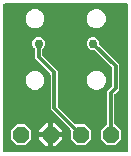
<source format=gbr>
G04 EAGLE Gerber X2 export*
G75*
%MOMM*%
%FSLAX34Y34*%
%LPD*%
%AMOC8*
5,1,8,0,0,1.08239X$1,22.5*%
G01*
%ADD10P,1.539592X8X112.500000*%
%ADD11C,0.756400*%
%ADD12C,0.304800*%

G36*
X107502Y3004D02*
X107502Y3004D01*
X107528Y3002D01*
X107675Y3024D01*
X107822Y3041D01*
X107847Y3049D01*
X107873Y3053D01*
X108011Y3108D01*
X108150Y3158D01*
X108172Y3172D01*
X108197Y3182D01*
X108318Y3267D01*
X108443Y3347D01*
X108461Y3366D01*
X108483Y3381D01*
X108582Y3491D01*
X108685Y3598D01*
X108699Y3620D01*
X108716Y3640D01*
X108788Y3770D01*
X108864Y3897D01*
X108872Y3922D01*
X108885Y3945D01*
X108925Y4088D01*
X108970Y4229D01*
X108972Y4255D01*
X108980Y4280D01*
X108999Y4524D01*
X108999Y127476D01*
X108996Y127502D01*
X108998Y127528D01*
X108976Y127675D01*
X108959Y127822D01*
X108951Y127847D01*
X108947Y127873D01*
X108892Y128011D01*
X108842Y128150D01*
X108828Y128172D01*
X108818Y128197D01*
X108733Y128318D01*
X108653Y128443D01*
X108634Y128461D01*
X108619Y128483D01*
X108509Y128582D01*
X108402Y128685D01*
X108380Y128699D01*
X108360Y128716D01*
X108230Y128788D01*
X108103Y128864D01*
X108078Y128872D01*
X108055Y128885D01*
X107912Y128925D01*
X107771Y128970D01*
X107745Y128972D01*
X107720Y128980D01*
X107476Y128999D01*
X4524Y128999D01*
X4498Y128996D01*
X4472Y128998D01*
X4325Y128976D01*
X4178Y128959D01*
X4153Y128951D01*
X4127Y128947D01*
X3989Y128892D01*
X3850Y128842D01*
X3828Y128828D01*
X3803Y128818D01*
X3682Y128733D01*
X3557Y128653D01*
X3539Y128634D01*
X3517Y128619D01*
X3418Y128509D01*
X3315Y128402D01*
X3301Y128380D01*
X3284Y128360D01*
X3212Y128230D01*
X3136Y128103D01*
X3128Y128078D01*
X3115Y128055D01*
X3075Y127912D01*
X3030Y127771D01*
X3028Y127745D01*
X3020Y127720D01*
X3001Y127476D01*
X3001Y4524D01*
X3004Y4498D01*
X3002Y4472D01*
X3024Y4325D01*
X3041Y4178D01*
X3049Y4153D01*
X3053Y4127D01*
X3108Y3989D01*
X3158Y3850D01*
X3172Y3828D01*
X3182Y3803D01*
X3267Y3682D01*
X3347Y3557D01*
X3366Y3539D01*
X3381Y3517D01*
X3491Y3418D01*
X3598Y3315D01*
X3620Y3301D01*
X3640Y3284D01*
X3770Y3212D01*
X3897Y3136D01*
X3922Y3128D01*
X3945Y3115D01*
X4088Y3075D01*
X4229Y3030D01*
X4255Y3028D01*
X4280Y3020D01*
X4524Y3001D01*
X107476Y3001D01*
X107502Y3004D01*
G37*
%LPC*%
G36*
X65123Y9363D02*
X65123Y9363D01*
X60063Y14423D01*
X60063Y21694D01*
X60049Y21820D01*
X60042Y21946D01*
X60029Y21992D01*
X60023Y22040D01*
X59981Y22159D01*
X59946Y22281D01*
X59922Y22323D01*
X59906Y22369D01*
X59837Y22475D01*
X59776Y22585D01*
X59736Y22631D01*
X59717Y22661D01*
X59682Y22695D01*
X59617Y22771D01*
X43111Y39277D01*
X43111Y68800D01*
X43097Y68926D01*
X43090Y69052D01*
X43077Y69098D01*
X43071Y69146D01*
X43029Y69265D01*
X42994Y69387D01*
X42970Y69429D01*
X42954Y69474D01*
X42885Y69581D01*
X42824Y69691D01*
X42784Y69737D01*
X42765Y69767D01*
X42730Y69801D01*
X42665Y69877D01*
X29951Y82591D01*
X29951Y89913D01*
X29937Y90039D01*
X29930Y90165D01*
X29917Y90211D01*
X29911Y90259D01*
X29869Y90378D01*
X29834Y90500D01*
X29810Y90542D01*
X29794Y90587D01*
X29725Y90693D01*
X29664Y90804D01*
X29624Y90850D01*
X29605Y90880D01*
X29570Y90914D01*
X29505Y90990D01*
X28501Y91994D01*
X27693Y93944D01*
X27693Y96056D01*
X28501Y98006D01*
X29994Y99499D01*
X31944Y100307D01*
X34056Y100307D01*
X36006Y99499D01*
X37499Y98006D01*
X38307Y96056D01*
X38307Y93944D01*
X37499Y91994D01*
X36495Y90990D01*
X36416Y90891D01*
X36332Y90797D01*
X36308Y90755D01*
X36278Y90717D01*
X36224Y90603D01*
X36163Y90492D01*
X36150Y90446D01*
X36129Y90402D01*
X36103Y90279D01*
X36068Y90157D01*
X36063Y90096D01*
X36056Y90061D01*
X36057Y90013D01*
X36049Y89913D01*
X36049Y85748D01*
X36063Y85622D01*
X36070Y85496D01*
X36083Y85449D01*
X36089Y85401D01*
X36131Y85282D01*
X36166Y85161D01*
X36190Y85119D01*
X36206Y85073D01*
X36275Y84967D01*
X36336Y84857D01*
X36376Y84810D01*
X36395Y84780D01*
X36430Y84747D01*
X36495Y84670D01*
X49209Y71957D01*
X49209Y42434D01*
X49223Y42308D01*
X49230Y42182D01*
X49243Y42136D01*
X49249Y42088D01*
X49291Y41969D01*
X49326Y41847D01*
X49350Y41805D01*
X49366Y41759D01*
X49435Y41653D01*
X49496Y41543D01*
X49536Y41497D01*
X49555Y41467D01*
X49590Y41433D01*
X49655Y41357D01*
X63929Y27083D01*
X64028Y27004D01*
X64122Y26920D01*
X64164Y26896D01*
X64202Y26866D01*
X64316Y26812D01*
X64427Y26751D01*
X64473Y26738D01*
X64517Y26717D01*
X64640Y26691D01*
X64762Y26656D01*
X64823Y26651D01*
X64858Y26644D01*
X64906Y26645D01*
X65006Y26637D01*
X72277Y26637D01*
X77337Y21577D01*
X77337Y14423D01*
X72277Y9363D01*
X65123Y9363D01*
G37*
%LPD*%
%LPC*%
G36*
X90523Y9363D02*
X90523Y9363D01*
X85463Y14423D01*
X85463Y21577D01*
X90605Y26719D01*
X90684Y26818D01*
X90768Y26912D01*
X90792Y26954D01*
X90822Y26992D01*
X90876Y27106D01*
X90937Y27217D01*
X90950Y27264D01*
X90971Y27307D01*
X90997Y27431D01*
X91032Y27553D01*
X91037Y27613D01*
X91044Y27648D01*
X91043Y27696D01*
X91051Y27796D01*
X91051Y54509D01*
X94665Y58123D01*
X94744Y58222D01*
X94828Y58316D01*
X94852Y58358D01*
X94882Y58396D01*
X94936Y58510D01*
X94997Y58621D01*
X95010Y58667D01*
X95031Y58711D01*
X95057Y58834D01*
X95092Y58956D01*
X95097Y59017D01*
X95104Y59052D01*
X95103Y59100D01*
X95111Y59200D01*
X95111Y73946D01*
X95097Y74072D01*
X95090Y74198D01*
X95077Y74244D01*
X95071Y74292D01*
X95029Y74411D01*
X94994Y74533D01*
X94970Y74575D01*
X94954Y74621D01*
X94885Y74727D01*
X94824Y74837D01*
X94784Y74883D01*
X94765Y74913D01*
X94730Y74947D01*
X94665Y75023D01*
X80441Y89247D01*
X80342Y89326D01*
X80248Y89410D01*
X80206Y89434D01*
X80168Y89464D01*
X80054Y89518D01*
X79943Y89579D01*
X79897Y89592D01*
X79853Y89613D01*
X79730Y89639D01*
X79608Y89674D01*
X79547Y89679D01*
X79512Y89686D01*
X79464Y89685D01*
X79364Y89693D01*
X77944Y89693D01*
X75994Y90501D01*
X74501Y91994D01*
X73693Y93944D01*
X73693Y96056D01*
X74501Y98006D01*
X75994Y99499D01*
X77944Y100307D01*
X80056Y100307D01*
X82006Y99499D01*
X83499Y98006D01*
X84307Y96056D01*
X84307Y94636D01*
X84321Y94510D01*
X84328Y94384D01*
X84341Y94338D01*
X84347Y94290D01*
X84389Y94171D01*
X84424Y94049D01*
X84448Y94007D01*
X84464Y93961D01*
X84533Y93855D01*
X84594Y93745D01*
X84634Y93699D01*
X84653Y93669D01*
X84688Y93635D01*
X84753Y93559D01*
X101209Y77103D01*
X101209Y56043D01*
X97595Y52430D01*
X97516Y52331D01*
X97432Y52237D01*
X97408Y52194D01*
X97378Y52157D01*
X97324Y52042D01*
X97263Y51932D01*
X97250Y51885D01*
X97229Y51841D01*
X97203Y51718D01*
X97168Y51596D01*
X97163Y51535D01*
X97156Y51501D01*
X97157Y51453D01*
X97149Y51352D01*
X97149Y27796D01*
X97163Y27671D01*
X97170Y27545D01*
X97183Y27498D01*
X97189Y27450D01*
X97231Y27331D01*
X97266Y27210D01*
X97290Y27167D01*
X97306Y27122D01*
X97375Y27016D01*
X97436Y26906D01*
X97476Y26859D01*
X97495Y26829D01*
X97530Y26796D01*
X97595Y26719D01*
X102737Y21577D01*
X102737Y14423D01*
X97677Y9363D01*
X90523Y9363D01*
G37*
%LPD*%
%LPC*%
G36*
X14323Y9363D02*
X14323Y9363D01*
X9263Y14423D01*
X9263Y21577D01*
X14323Y26637D01*
X21477Y26637D01*
X26537Y21577D01*
X26537Y14423D01*
X21477Y9363D01*
X14323Y9363D01*
G37*
%LPD*%
%LPC*%
G36*
X80409Y107999D02*
X80409Y107999D01*
X77468Y109217D01*
X75217Y111468D01*
X73999Y114409D01*
X73999Y117591D01*
X75217Y120532D01*
X77468Y122783D01*
X80409Y124001D01*
X83591Y124001D01*
X86532Y122783D01*
X88783Y120532D01*
X90001Y117591D01*
X90001Y114409D01*
X88783Y111468D01*
X86532Y109217D01*
X83591Y107999D01*
X80409Y107999D01*
G37*
%LPD*%
%LPC*%
G36*
X28409Y107999D02*
X28409Y107999D01*
X25468Y109217D01*
X23217Y111468D01*
X21999Y114409D01*
X21999Y117591D01*
X23217Y120532D01*
X25468Y122783D01*
X28409Y124001D01*
X31591Y124001D01*
X34532Y122783D01*
X36783Y120532D01*
X38001Y117591D01*
X38001Y114409D01*
X36783Y111468D01*
X34532Y109217D01*
X31591Y107999D01*
X28409Y107999D01*
G37*
%LPD*%
%LPC*%
G36*
X80409Y55999D02*
X80409Y55999D01*
X77468Y57217D01*
X75217Y59468D01*
X73999Y62409D01*
X73999Y65591D01*
X75217Y68532D01*
X77468Y70783D01*
X80409Y72001D01*
X83591Y72001D01*
X86532Y70783D01*
X88783Y68532D01*
X90001Y65591D01*
X90001Y62409D01*
X88783Y59468D01*
X86532Y57217D01*
X83591Y55999D01*
X80409Y55999D01*
G37*
%LPD*%
%LPC*%
G36*
X28409Y55999D02*
X28409Y55999D01*
X25468Y57217D01*
X23217Y59468D01*
X21999Y62409D01*
X21999Y65591D01*
X23217Y68532D01*
X25468Y70783D01*
X28409Y72001D01*
X31591Y72001D01*
X34532Y70783D01*
X36783Y68532D01*
X38001Y65591D01*
X38001Y62409D01*
X36783Y59468D01*
X34532Y57217D01*
X31591Y55999D01*
X28409Y55999D01*
G37*
%LPD*%
%LPC*%
G36*
X45585Y20285D02*
X45585Y20285D01*
X45585Y27653D01*
X47298Y27653D01*
X52953Y21998D01*
X52953Y20285D01*
X45585Y20285D01*
G37*
%LPD*%
%LPC*%
G36*
X33647Y20285D02*
X33647Y20285D01*
X33647Y21998D01*
X39302Y27653D01*
X41015Y27653D01*
X41015Y20285D01*
X33647Y20285D01*
G37*
%LPD*%
%LPC*%
G36*
X45585Y8347D02*
X45585Y8347D01*
X45585Y15715D01*
X52953Y15715D01*
X52953Y14002D01*
X47298Y8347D01*
X45585Y8347D01*
G37*
%LPD*%
%LPC*%
G36*
X39302Y8347D02*
X39302Y8347D01*
X33647Y14002D01*
X33647Y15715D01*
X41015Y15715D01*
X41015Y8347D01*
X39302Y8347D01*
G37*
%LPD*%
D10*
X17900Y18000D03*
X43300Y18000D03*
X68700Y18000D03*
X94100Y18000D03*
D11*
X33000Y95000D03*
D12*
X33000Y83854D01*
X46160Y40540D02*
X68700Y18000D01*
X46160Y70694D02*
X33000Y83854D01*
X46160Y70694D02*
X46160Y40540D01*
D11*
X79000Y95000D03*
D12*
X98160Y57306D02*
X94100Y53246D01*
X94100Y18000D01*
X98160Y75840D02*
X79000Y95000D01*
X98160Y75840D02*
X98160Y57306D01*
M02*

</source>
